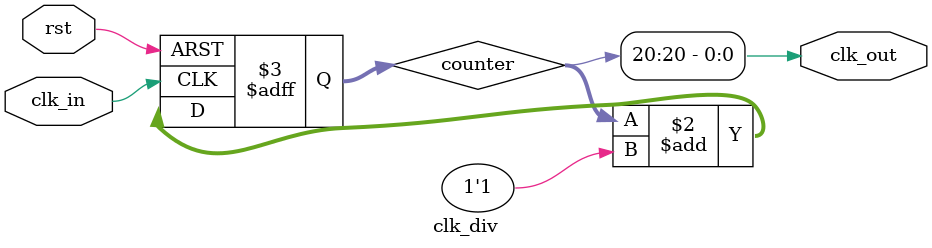
<source format=v>
`timescale 1ns / 1ps


module clk_div(
input clk_in,
input rst,
output clk_out
    );
   reg [20:0]counter;
        always @ (posedge clk_in or posedge rst)begin
            if(rst)begin 
                counter<=0;
            end
            else begin
                counter<=counter+1'b1;
            end
        end
        assign clk_out=counter[20];
endmodule


</source>
